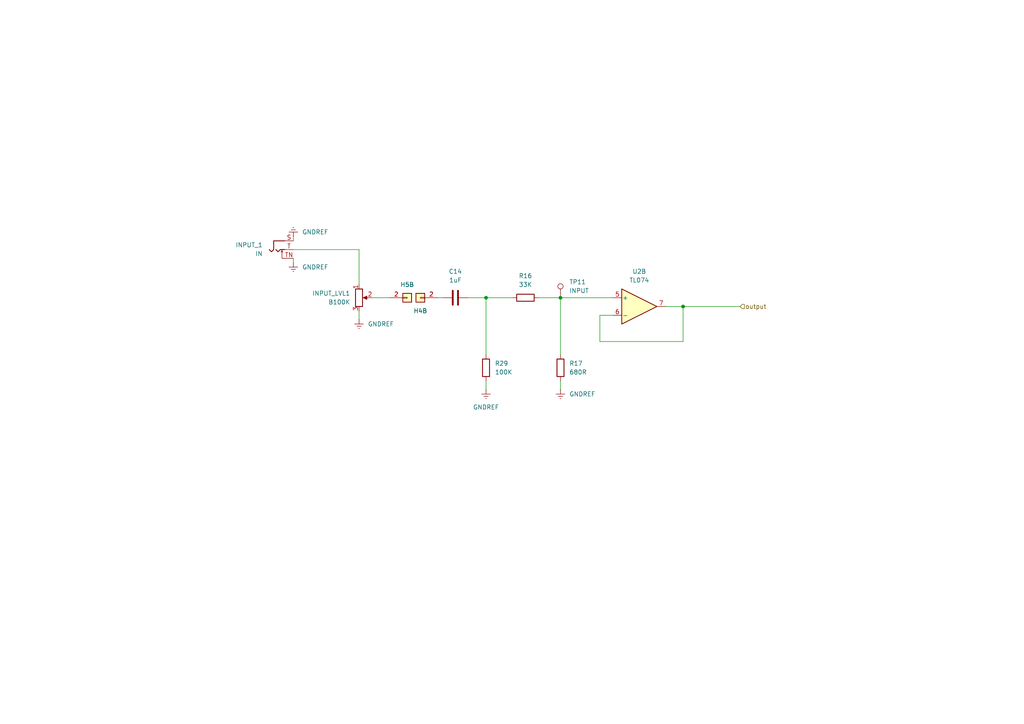
<source format=kicad_sch>
(kicad_sch (version 20231120) (generator "eeschema") (generator_version "8.0")
  (paper "A4")
  (lib_symbols
    (symbol "Amplifier_Operational:TL074" (pin_names (offset 0.127))
      (property "Reference" "U" (at 0 5.08 0))
      (property "Value" "TL074" (at 0 -5.08 0))
      (symbol "TL074_1_1"
        (polyline (pts (xy -5.08 5.08) (xy 5.08 0) (xy -5.08 -5.08) (xy -5.08 5.08)) (stroke (width 0.254)) (fill (type background)))
        (pin output line (at 7.62 0 180) (length 2.54) (name "~") (number "1"))
        (pin input line (at -7.62 -2.54 0) (length 2.54) (name "-") (number "2"))
        (pin input line (at -7.62 2.54 0) (length 2.54) (name "+") (number "3"))
      )
      (symbol "TL074_2_1"
        (polyline (pts (xy -5.08 5.08) (xy 5.08 0) (xy -5.08 -5.08) (xy -5.08 5.08)) (stroke (width 0.254)) (fill (type background)))
        (pin input line (at -7.62 2.54 0) (length 2.54) (name "+") (number "5"))
        (pin input line (at -7.62 -2.54 0) (length 2.54) (name "-") (number "6"))
        (pin output line (at 7.62 0 180) (length 2.54) (name "~") (number "7"))
      )
      (symbol "TL074_3_1"
        (polyline (pts (xy -5.08 5.08) (xy 5.08 0) (xy -5.08 -5.08) (xy -5.08 5.08)) (stroke (width 0.254)) (fill (type background)))
        (pin input line (at -7.62 2.54 0) (length 2.54) (name "+") (number "10"))
        (pin output line (at 7.62 0 180) (length 2.54) (name "~") (number "8"))
        (pin input line (at -7.62 -2.54 0) (length 2.54) (name "-") (number "9"))
      )
      (symbol "TL074_4_1"
        (polyline (pts (xy -5.08 5.08) (xy 5.08 0) (xy -5.08 -5.08) (xy -5.08 5.08)) (stroke (width 0.254)) (fill (type background)))
        (pin input line (at -7.62 2.54 0) (length 2.54) (name "+") (number "12"))
        (pin input line (at -7.62 -2.54 0) (length 2.54) (name "-") (number "13"))
        (pin output line (at 7.62 0 180) (length 2.54) (name "~") (number "14"))
      )
      (symbol "TL074_5_1"
        (pin power_in line (at -2.54 -7.62 90) (length 3.81) (name "V-") (number "11"))
        (pin power_in line (at -2.54 7.62 270) (length 3.81) (name "V+") (number "4"))
      )
    )
    (symbol "Connector:TestPoint" (pin_numbers hide) (pin_names (offset 0.762) hide)
      (property "Reference" "TP" (at 0 6.858 0))
      (property "Value" "TestPoint" (at 0 5.08 0))
      (symbol "TestPoint_0_1"
        (circle (center 0 3.302) (radius 0.762))
      )
      (symbol "TestPoint_1_1"
        (pin passive line (at 0 0 90) (length 2.54) (name "1") (number "1"))
      )
    )
    (symbol "power:GNDREF" (power) (pin_numbers hide) (pin_names (offset 0) hide)
      (property "Value" "GNDREF" (at 0 -3.81 0))
      (symbol "GNDREF_0_1"
        (polyline (pts (xy -0.635 -1.905) (xy 0.635 -1.905)))
        (polyline (pts (xy -0.127 -2.54) (xy 0.127 -2.54)))
        (polyline (pts (xy 0 -1.27) (xy 0 0)))
        (polyline (pts (xy 1.27 -1.27) (xy -1.27 -1.27)))
      )
      (symbol "GNDREF_1_1"
        (pin power_in line (at 0 0 270) (length 0) (name "~") (number "1"))
      )
    )
    (symbol "synth:AudioJack_Mono_3.5mm"
      (property "Reference" "J" (at 0 8.89 0))
      (property "Value" "AudioJack_Mono_3.5mm" (at 0 6.35 0))
      (symbol "AudioJack_Mono_3.5mm_0_1"
        (polyline (pts (xy 1.778 -0.254) (xy 2.032 -0.762)))
        (polyline (pts (xy 0 0) (xy 0.635 -0.635) (xy 1.27 0) (xy 2.54 0)) (stroke (width 0.254)))
        (polyline (pts (xy 2.54 -2.54) (xy 1.778 -2.54) (xy 1.778 -0.254) (xy 1.524 -0.762)))
        (polyline (pts (xy 2.54 2.54) (xy -0.635 2.54) (xy -0.635 0) (xy -1.27 -0.635) (xy -1.905 0)) (stroke (width 0.254)))
      )
      (symbol "AudioJack_Mono_3.5mm_1_1"
        (pin passive line (at 5.08 2.54 180) (length 2.54) (name "~") (number "S"))
        (pin passive line (at 5.08 0 180) (length 2.54) (name "~") (number "T"))
        (pin passive line (at 5.08 -2.54 180) (length 2.54) (name "~") (number "TN"))
      )
    )
    (symbol "synth:C_1uF (MKS)" (pin_numbers hide) (pin_names (offset 0.254))
      (property "Reference" "C" (at 3.048 1.016 0))
      (property "Value" "C_1uF (MKS)" (at 3.048 -1.016 0))
      (symbol "C_1uF (MKS)_0_1"
        (polyline (pts (xy -2.032 -0.762) (xy 2.032 -0.762)) (stroke (width 0.508)))
        (polyline (pts (xy -2.032 0.762) (xy 2.032 0.762)) (stroke (width 0.508)))
      )
      (symbol "C_1uF (MKS)_1_1"
        (pin passive line (at 0 3.81 270) (length 2.794) (name "~") (number "1"))
        (pin passive line (at 0 -3.81 90) (length 2.794) (name "~") (number "2"))
      )
    )
    (symbol "synth:PinHeader_01x04" (pin_names (offset 1.016) hide)
      (property "Reference" "H" (at 0 2.54 0))
      (property "Value" "PinHeader_01x04" (at 0 -2.54 0))
      (symbol "PinHeader_01x04_1_1"
        (rectangle (start -1.27 0.127) (end 0 -0.127) (stroke (width 0.1524)))
        (rectangle (start -1.27 1.27) (end 1.27 -1.27) (stroke (width 0.254)) (fill (type background)))
        (pin passive line (at -5.08 0 0) (length 3.81) (name "Pin_1") (number "1"))
      )
      (symbol "PinHeader_01x04_2_1"
        (rectangle (start -1.27 0.127) (end 0 -0.127) (stroke (width 0.1524)))
        (rectangle (start -1.27 1.27) (end 1.27 -1.27) (stroke (width 0.254)) (fill (type background)))
        (pin passive line (at -5.08 0 0) (length 3.81) (name "Pin_2") (number "2"))
      )
      (symbol "PinHeader_01x04_3_1"
        (rectangle (start -1.27 0.127) (end 0 -0.127) (stroke (width 0.1524)))
        (rectangle (start -1.27 1.27) (end 1.27 -1.27) (stroke (width 0.254)) (fill (type background)))
        (pin passive line (at -5.08 0 0) (length 3.81) (name "Pin_3") (number "3"))
      )
      (symbol "PinHeader_01x04_4_1"
        (rectangle (start -1.27 0.127) (end 0 -0.127) (stroke (width 0.1524)))
        (rectangle (start -1.27 1.27) (end 1.27 -1.27) (stroke (width 0.254)) (fill (type background)))
        (pin passive line (at -5.08 0 0) (length 3.81) (name "Pin_4") (number "4"))
      )
    )
    (symbol "synth:PinSocket_01x04" (pin_names (offset 1.016) hide)
      (property "Reference" "H" (at 0 2.54 0))
      (property "Value" "PinSocket_01x04" (at 0 -2.54 0))
      (symbol "PinSocket_01x04_1_1"
        (rectangle (start -1.27 0.127) (end 0 -0.127) (stroke (width 0.1524)))
        (rectangle (start -1.27 1.27) (end 1.27 -1.27) (stroke (width 0.254)) (fill (type background)))
        (pin passive line (at -5.08 0 0) (length 3.81) (name "Pin_1") (number "1"))
      )
      (symbol "PinSocket_01x04_2_1"
        (rectangle (start -1.27 0.127) (end 0 -0.127) (stroke (width 0.1524)))
        (rectangle (start -1.27 1.27) (end 1.27 -1.27) (stroke (width 0.254)) (fill (type background)))
        (pin passive line (at -5.08 0 0) (length 3.81) (name "Pin_2") (number "2"))
      )
      (symbol "PinSocket_01x04_3_1"
        (rectangle (start -1.27 0.127) (end 0 -0.127) (stroke (width 0.1524)))
        (rectangle (start -1.27 1.27) (end 1.27 -1.27) (stroke (width 0.254)) (fill (type background)))
        (pin passive line (at -5.08 0 0) (length 3.81) (name "Pin_3") (number "3"))
      )
      (symbol "PinSocket_01x04_4_1"
        (rectangle (start -1.27 0.127) (end 0 -0.127) (stroke (width 0.1524)))
        (rectangle (start -1.27 1.27) (end 1.27 -1.27) (stroke (width 0.254)) (fill (type background)))
        (pin passive line (at -5.08 0 0) (length 3.81) (name "Pin_4") (number "4"))
      )
    )
    (symbol "synth:R_Default" (pin_numbers hide) (pin_names (offset 0))
      (property "Reference" "R" (at -2.032 0 90))
      (property "Value" "R1" (at 2.032 0 90))
      (symbol "R_Default_0_1"
        (rectangle (start 1.016 -2.54) (end -1.016 2.54) (stroke (width 0.254)))
      )
      (symbol "R_Default_1_1"
        (pin passive line (at 0 -3.81 90) (length 1.27) (name "~") (number "1"))
        (pin passive line (at 0 3.81 270) (length 1.27) (name "~") (number "2"))
      )
    )
    (symbol "synth:R_Potentiometer (Alpha_9mm)" (pin_names (offset 1.016) hide)
      (property "Reference" "RV" (at -4.826 0 90))
      (property "Value" "R_Potentiometer" (at -2.794 0 90))
      (symbol "R_Potentiometer (Alpha_9mm)_0_1"
        (rectangle (start -1.016 2.54) (end 1.016 -2.54) (stroke (width 0.254)))
        (polyline (pts (xy 2.54 0) (xy 1.524 0)))
        (polyline (pts (xy 1.143 0) (xy 2.286 0.508) (xy 2.286 -0.508) (xy 1.143 0)) (fill (type outline)))
      )
      (symbol "R_Potentiometer (Alpha_9mm)_1_1"
        (pin passive line (at 0 3.81 270) (length 1.27) (name "1") (number "1"))
        (pin passive line (at 3.81 0 180) (length 1.27) (name "2") (number "2"))
        (pin passive line (at 0 -3.81 90) (length 1.27) (name "3") (number "3"))
      )
    )
  )
  (junction (at 162.56 86.36))
  (junction (at 140.97 86.36))
  (junction (at 198.12 88.9))
  (wire (pts (xy 156.21 86.36) (xy 162.56 86.36)))
  (wire (pts (xy 85.09 76.2) (xy 85.09 74.93)))
  (wire (pts (xy 198.12 88.9) (xy 198.12 99.06)))
  (wire (pts (xy 104.14 72.39) (xy 104.14 82.55)))
  (wire (pts (xy 173.99 91.44) (xy 173.99 99.06)))
  (wire (pts (xy 173.99 99.06) (xy 198.12 99.06)))
  (wire (pts (xy 113.03 86.36) (xy 107.95 86.36)))
  (wire (pts (xy 162.56 86.36) (xy 162.56 102.87)))
  (wire (pts (xy 104.14 92.71) (xy 104.14 90.17)))
  (wire (pts (xy 135.89 86.36) (xy 140.97 86.36)))
  (wire (pts (xy 148.59 86.36) (xy 140.97 86.36)))
  (wire (pts (xy 162.56 86.36) (xy 177.8 86.36)))
  (wire (pts (xy 162.56 113.03) (xy 162.56 110.49)))
  (wire (pts (xy 85.09 68.58) (xy 85.09 69.85)))
  (wire (pts (xy 140.97 113.03) (xy 140.97 110.49)))
  (wire (pts (xy 140.97 102.87) (xy 140.97 86.36)))
  (wire (pts (xy 128.27 86.36) (xy 127 86.36)))
  (wire (pts (xy 85.09 72.39) (xy 104.14 72.39)))
  (wire (pts (xy 193.04 88.9) (xy 198.12 88.9)))
  (wire (pts (xy 198.12 88.9) (xy 214.63 88.9)))
  (wire (pts (xy 173.99 91.44) (xy 177.8 91.44)))
  (hierarchical_label "output" (shape input) (at 214.63 88.9 0))
  (symbol (lib_id "synth:AudioJack_Mono_3.5mm") (at 80.01 72.39 0) (unit 1)
    (property "Reference" "INPUT_1" (at 76.2 71.0564 0) (effects (justify right)))
    (property "Value" "IN" (at 76.2 73.5964 0) (effects (justify right)))
    (property "Footprint" "Synth:Jack_3.5mm_QingPu_WQP-PJ398SM_Vertical_CircularHoles" (effects (hide yes)))
    (property "Description" "Audio Jack, 2 Poles (Mono / TS), Switched T Pole (Normalling)" (effects (hide yes)))
  )
  (symbol (lib_id "power:GNDREF") (at 140.97 113.03 0) (unit 1)
    (property "Reference" "#PWR051" (effects (hide yes)))
    (property "Value" "GNDREF" (at 140.97 118.11 0))
    (property "Description" "Power symbol creates a global label with name \"GNDREF\" , reference supply ground" (effects (hide yes)))
  )
  (symbol (lib_id "synth:C_1uF (MKS)") (at 132.08 86.36 90) (unit 1)
    (property "Reference" "C14" (at 132.08 78.74 90))
    (property "Value" "1uF" (at 132.08 81.28 90))
    (property "Footprint" "Synth:C_RECT_MKT_1uF" (effects (hide yes)))
    (property "Description" "Unpolarized capacitor" (effects (hide yes)))
  )
  (symbol (lib_id "synth:R_Default") (at 152.4 86.36 90) (unit 1)
    (property "Reference" "R16" (at 152.4 80.01 90))
    (property "Value" "33K" (at 152.4 82.55 90))
    (property "Footprint" "Synth:R_Default (DIN0207)" (effects (hide yes)))
    (property "Description" "Resistor" (effects (hide yes)))
  )
  (symbol (lib_id "power:GNDREF") (at 162.56 113.03 0) (unit 1)
    (property "Reference" "#PWR034" (effects (hide yes)))
    (property "Value" "GNDREF" (at 165.1 114.2999 0) (effects (justify left)))
    (property "Description" "Power symbol creates a global label with name \"GNDREF\" , reference supply ground" (effects (hide yes)))
  )
  (symbol (lib_id "synth:PinHeader_01x04") (at 118.11 86.36 0) (unit 2)
    (property "Reference" "H5" (at 118.11 82.55 0))
    (property "Value" "TOP_4_SGL" (effects (hide yes)))
    (property "Footprint" "Synth:PinHeader_1x04_P2.54mm_Vertical" (effects (hide yes)))
    (property "Description" "Generic connector, single row, 01x01, script generated (kicad-library-utils/schlib/autogen/connector/)" (effects (hide yes)))
  )
  (symbol (lib_id "synth:PinSocket_01x04") (at 121.92 86.36 180) (unit 2)
    (property "Reference" "H4" (at 121.92 90.17 0))
    (property "Value" "BTM_4_SGL" (effects (hide yes)))
    (property "Footprint" "Synth:PinSocket_1x04_P2.54mm_Vertical" (effects (hide yes)))
    (property "Description" "Generic connector, single row, 01x01, script generated (kicad-library-utils/schlib/autogen/connector/)" (effects (hide yes)))
  )
  (symbol (lib_id "synth:R_Potentiometer (Alpha_9mm)") (at 104.14 86.36 0) (unit 1)
    (property "Reference" "INPUT_LVL1" (at 101.6 85.0899 0) (effects (justify right)))
    (property "Value" "B100K" (at 101.6 87.6299 0) (effects (justify right)))
    (property "Footprint" "Synth:Potentiometer_Alpha_RD901F-40-00D_Single_Vertical_CircularHoles" (effects (hide yes)))
    (property "Description" "Potentiometer" (effects (hide yes)))
  )
  (symbol (lib_id "power:GNDREF") (at 104.14 92.71 0) (unit 1)
    (property "Reference" "#PWR033" (effects (hide yes)))
    (property "Value" "GNDREF" (at 106.68 93.9799 0) (effects (justify left)))
    (property "Description" "Power symbol creates a global label with name \"GNDREF\" , reference supply ground" (effects (hide yes)))
  )
  (symbol (lib_id "power:GNDREF") (at 85.09 76.2 0) (unit 1)
    (property "Reference" "#PWR032" (effects (hide yes)))
    (property "Value" "GNDREF" (at 87.63 77.4699 0) (effects (justify left)))
    (property "Description" "Power symbol creates a global label with name \"GNDREF\" , reference supply ground" (effects (hide yes)))
  )
  (symbol (lib_id "synth:R_Default") (at 162.56 106.68 0) (unit 1)
    (property "Reference" "R17" (at 165.1 105.4099 0) (effects (justify left)))
    (property "Value" "680R" (at 165.1 107.9499 0) (effects (justify left)))
    (property "Footprint" "Synth:R_Default (DIN0207)" (effects (hide yes)))
    (property "Description" "Resistor" (effects (hide yes)))
  )
  (symbol (lib_id "Amplifier_Operational:TL074") (at 185.42 88.9 0) (unit 2)
    (property "Reference" "U2" (at 185.42 78.74 0))
    (property "Value" "TL074" (at 185.42 81.28 0))
    (property "Footprint" "Package_DIP:DIP-14_W7.62mm_Socket_LongPads" (effects (hide yes)))
    (property "Datasheet" "http://www.ti.com/lit/ds/symlink/tl071.pdf" (effects (hide yes)))
    (property "Description" "Quad Low-Noise JFET-Input Operational Amplifiers, DIP-14/SOIC-14" (effects (hide yes)))
  )
  (symbol (lib_id "Connector:TestPoint") (at 162.56 86.36 0) (unit 1)
    (property "Reference" "TP11" (at 165.1 81.7879 0) (effects (justify left)))
    (property "Value" "INPUT" (at 165.1 84.3279 0) (effects (justify left)))
    (property "Footprint" "Connector_Pin:Pin_D1.0mm_L10.0mm" (effects (hide yes)))
    (property "Description" "test point" (effects (hide yes)))
  )
  (symbol (lib_id "power:GNDREF") (at 85.09 68.58 180) (unit 1)
    (property "Reference" "#PWR031" (effects (hide yes)))
    (property "Value" "GNDREF" (at 87.63 67.3099 0) (effects (justify right)))
    (property "Description" "Power symbol creates a global label with name \"GNDREF\" , reference supply ground" (effects (hide yes)))
  )
  (symbol (lib_id "synth:R_Default") (at 140.97 106.68 180) (unit 1)
    (property "Reference" "R29" (at 143.51 105.4099 0) (effects (justify right)))
    (property "Value" "100K" (at 143.51 107.9499 0) (effects (justify right)))
    (property "Footprint" "Synth:R_Default (DIN0207)" (effects (hide yes)))
    (property "Description" "Resistor" (effects (hide yes)))
  )
)
</source>
